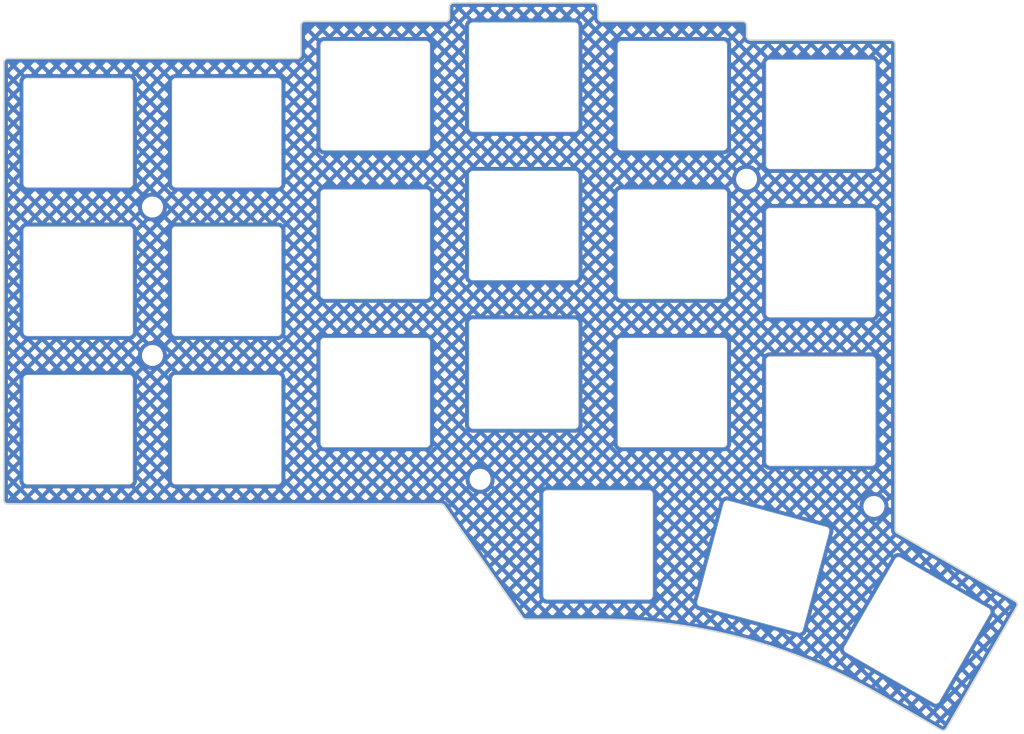
<source format=kicad_pcb>
(kicad_pcb (version 20221018) (generator pcbnew)
  (layers (0 "F.Cu" signal) (31 "B.Cu" signal) (34 "B.Paste" user) (35 "F.Paste" user) (36 "B.SilkS" user "B.Silkscreen") (37 "F.SilkS" user "F.Silkscreen") (38 "B.Mask" user) (39 "F.Mask" user) (44 "Edge.Cuts" user))
  (net 0 "")
  (footprint "s1:KS-27_Cherry_MX_Plate_Cutout" (layer "F.Cu") (at 191.829857 130.49809 -30)
    (fp_text reference "SW6" hide)
    (fp_text value "SW_SPST" hide)
    (fp_line (start -7 6.5) (end -7 -6.5) (stroke (width 0.05)) (layer "Edge.Cuts"))
    (fp_line (start -6.5 -7) (end 6.5 -7) (stroke (width 0.05)) (layer "Edge.Cuts"))
    (fp_line (start 6.5 7) (end -6.5 7) (stroke (width 0.05)) (layer "Edge.Cuts"))
    (fp_line (start 7 -6.5) (end 7 6.5) (stroke (width 0.05)) (layer "Edge.Cuts"))
    (fp_arc (start -7 -6.5) (mid -6.853553 -6.853553) (end -6.5 -7) (stroke (width 0.05)) (layer "Edge.Cuts"))
    (fp_arc (start -6.5 7) (mid -6.853553 6.853553) (end -7 6.5) (stroke (width 0.05)) (layer "Edge.Cuts"))
    (fp_arc (start 6.5 -7) (mid 6.853553 -6.853553) (end 7 -6.5) (stroke (width 0.05)) (layer "Edge.Cuts"))
    (fp_arc (start 7 6.5) (mid 6.853553 6.853553) (end 6.5 7) (stroke (width 0.05)) (layer "Edge.Cuts"))
  )
  (footprint "s1:KS-27_Cherry_MX_Plate_Cutout" (layer "F.Cu") (at 84.5 104.80804)
    (fp_text reference "SW15" hide)
    (fp_text value "SW_SPST" hide)
    (fp_line (start -7 6.5) (end -7 -6.5) (stroke (width 0.05)) (layer "Edge.Cuts"))
    (fp_line (start -6.5 -7) (end 6.5 -7) (stroke (width 0.05)) (layer "Edge.Cuts"))
    (fp_line (start 6.5 7) (end -6.5 7) (stroke (width 0.05)) (layer "Edge.Cuts"))
    (fp_line (start 7 -6.5) (end 7 6.5) (stroke (width 0.05)) (layer "Edge.Cuts"))
    (fp_arc (start -7 -6.5) (mid -6.853553 -6.853553) (end -6.5 -7) (stroke (width 0.05)) (layer "Edge.Cuts"))
    (fp_arc (start -6.5 7) (mid -6.853553 6.853553) (end -7 6.5) (stroke (width 0.05)) (layer "Edge.Cuts"))
    (fp_arc (start 6.5 -7) (mid 6.853553 -6.853553) (end 7 -6.5) (stroke (width 0.05)) (layer "Edge.Cuts"))
    (fp_arc (start 7 6.5) (mid 6.853553 6.853553) (end 6.5 7) (stroke (width 0.05)) (layer "Edge.Cuts"))
  )
  (footprint "s1:Hole_2.2mm" (layer "F.Cu") (at 135.915902 111.161877)
    (fp_text reference "H4" hide)
    (fp_text value "MountingHole" hide)
    (pad "" np_thru_hole circle (at 0 0 270) (size 2.2 2.2) (drill 2.2) (layers "*.Cu" "*.Mask"))
  )
  (footprint "s1:KS-27_Cherry_MX_Plate_Cutout" (layer "F.Cu") (at 179.500025 102.433039)
    (fp_text reference "SW10" hide)
    (fp_text value "SW_SPST" hide)
    (fp_line (start -7 6.5) (end -7 -6.5) (stroke (width 0.05)) (layer "Edge.Cuts"))
    (fp_line (start -6.5 -7) (end 6.5 -7) (stroke (width 0.05)) (layer "Edge.Cuts"))
    (fp_line (start 6.5 7) (end -6.5 7) (stroke (width 0.05)) (layer "Edge.Cuts"))
    (fp_line (start 7 -6.5) (end 7 6.5) (stroke (width 0.05)) (layer "Edge.Cuts"))
    (fp_arc (start -7 -6.5) (mid -6.853553 -6.853553) (end -6.5 -7) (stroke (width 0.05)) (layer "Edge.Cuts"))
    (fp_arc (start -6.5 7) (mid -6.853553 6.853553) (end -7 6.5) (stroke (width 0.05)) (layer "Edge.Cuts"))
    (fp_arc (start 6.5 -7) (mid 6.853553 -6.853553) (end 7 -6.5) (stroke (width 0.05)) (layer "Edge.Cuts"))
    (fp_arc (start 7 6.5) (mid 6.853553 6.853553) (end 6.5 7) (stroke (width 0.05)) (layer "Edge.Cuts"))
  )
  (footprint "s1:KS-27_Cherry_MX_Plate_Cutout" (layer "F.Cu") (at 84.5 66.80804)
    (fp_text reference "SW19" hide)
    (fp_text value "SW_SPST" hide)
    (fp_line (start -7 6.5) (end -7 -6.5) (stroke (width 0.05)) (layer "Edge.Cuts"))
    (fp_line (start -6.5 -7) (end 6.5 -7) (stroke (width 0.05)) (layer "Edge.Cuts"))
    (fp_line (start 6.5 7) (end -6.5 7) (stroke (width 0.05)) (layer "Edge.Cuts"))
    (fp_line (start 7 -6.5) (end 7 6.5) (stroke (width 0.05)) (layer "Edge.Cuts"))
    (fp_arc (start -7 -6.5) (mid -6.853553 -6.853553) (end -6.5 -7) (stroke (width 0.05)) (layer "Edge.Cuts"))
    (fp_arc (start -6.5 7) (mid -6.853553 6.853553) (end -7 6.5) (stroke (width 0.05)) (layer "Edge.Cuts"))
    (fp_arc (start 6.5 -7) (mid 6.853553 -6.853553) (end 7 -6.5) (stroke (width 0.05)) (layer "Edge.Cuts"))
    (fp_arc (start 7 6.5) (mid 6.853553 6.853553) (end 6.5 7) (stroke (width 0.05)) (layer "Edge.Cuts"))
  )
  (footprint "s1:KS-27_Cherry_MX_Plate_Cutout" (layer "F.Cu") (at 122.500025 62.058039)
    (fp_text reference "SW7" hide)
    (fp_text value "SW_SPST" hide)
    (fp_line (start -7 6.5) (end -7 -6.5) (stroke (width 0.05)) (layer "Edge.Cuts"))
    (fp_line (start -6.5 -7) (end 6.5 -7) (stroke (width 0.05)) (layer "Edge.Cuts"))
    (fp_line (start 6.5 7) (end -6.5 7) (stroke (width 0.05)) (layer "Edge.Cuts"))
    (fp_line (start 7 -6.5) (end 7 6.5) (stroke (width 0.05)) (layer "Edge.Cuts"))
    (fp_arc (start -7 -6.5) (mid -6.853553 -6.853553) (end -6.5 -7) (stroke (width 0.05)) (layer "Edge.Cuts"))
    (fp_arc (start -6.5 7) (mid -6.853553 6.853553) (end -7 6.5) (stroke (width 0.05)) (layer "Edge.Cuts"))
    (fp_arc (start 6.5 -7) (mid 6.853553 -6.853553) (end 7 -6.5) (stroke (width 0.05)) (layer "Edge.Cuts"))
    (fp_arc (start 7 6.5) (mid 6.853553 6.853553) (end 6.5 7) (stroke (width 0.05)) (layer "Edge.Cuts"))
  )
  (footprint "s1:KS-27_Cherry_MX_Plate_Cutout" (layer "F.Cu") (at 141.500025 78.683039)
    (fp_text reference "SW5" hide)
    (fp_text value "SW_SPST" hide)
    (fp_line (start -7 6.5) (end -7 -6.5) (stroke (width 0.05)) (layer "Edge.Cuts"))
    (fp_line (start -6.5 -7) (end 6.5 -7) (stroke (width 0.05)) (layer "Edge.Cuts"))
    (fp_line (start 6.5 7) (end -6.5 7) (stroke (width 0.05)) (layer "Edge.Cuts"))
    (fp_line (start 7 -6.5) (end 7 6.5) (stroke (width 0.05)) (layer "Edge.Cuts"))
    (fp_arc (start -7 -6.5) (mid -6.853553 -6.853553) (end -6.5 -7) (stroke (width 0.05)) (layer "Edge.Cuts"))
    (fp_arc (start -6.5 7) (mid -6.853553 6.853553) (end -7 6.5) (stroke (width 0.05)) (layer "Edge.Cuts"))
    (fp_arc (start 6.5 -7) (mid 6.853553 -6.853553) (end 7 -6.5) (stroke (width 0.05)) (layer "Edge.Cuts"))
    (fp_arc (start 7 6.5) (mid 6.853553 6.853553) (end 6.5 7) (stroke (width 0.05)) (layer "Edge.Cuts"))
  )
  (footprint "s1:KS-27_Cherry_MX_Plate_Cutout" (layer "F.Cu") (at 122.500025 81.058039)
    (fp_text reference "SW8" hide)
    (fp_text value "SW_SPST" hide)
    (fp_line (start -7 6.5) (end -7 -6.5) (stroke (width 0.05)) (layer "Edge.Cuts"))
    (fp_line (start -6.5 -7) (end 6.5 -7) (stroke (width 0.05)) (layer "Edge.Cuts"))
    (fp_line (start 6.5 7) (end -6.5 7) (stroke (width 0.05)) (layer "Edge.Cuts"))
    (fp_line (start 7 -6.5) (end 7 6.5) (stroke (width 0.05)) (layer "Edge.Cuts"))
    (fp_arc (start -7 -6.5) (mid -6.853553 -6.853553) (end -6.5 -7) (stroke (width 0.05)) (layer "Edge.Cuts"))
    (fp_arc (start -6.5 7) (mid -6.853553 6.853553) (end -7 6.5) (stroke (width 0.05)) (layer "Edge.Cuts"))
    (fp_arc (start 6.5 -7) (mid 6.853553 -6.853553) (end 7 -6.5) (stroke (width 0.05)) (layer "Edge.Cuts"))
    (fp_arc (start 7 6.5) (mid 6.853553 6.853553) (end 6.5 7) (stroke (width 0.05)) (layer "Edge.Cuts"))
  )
  (footprint "s1:KS-27_Cherry_MX_Plate_Cutout" (layer "F.Cu") (at 141.500025 97.683039)
    (fp_text reference "SW11" hide)
    (fp_text value "SW_SPST" hide)
    (fp_line (start -7 6.5) (end -7 -6.5) (stroke (width 0.05)) (layer "Edge.Cuts"))
    (fp_line (start -6.5 -7) (end 6.5 -7) (stroke (width 0.05)) (layer "Edge.Cuts"))
    (fp_line (start 6.5 7) (end -6.5 7) (stroke (width 0.05)) (layer "Edge.Cuts"))
    (fp_line (start 7 -6.5) (end 7 6.5) (stroke (width 0.05)) (layer "Edge.Cuts"))
    (fp_arc (start -7 -6.5) (mid -6.853553 -6.853553) (end -6.5 -7) (stroke (width 0.05)) (layer "Edge.Cuts"))
    (fp_arc (start -6.5 7) (mid -6.853553 6.853553) (end -7 6.5) (stroke (width 0.05)) (layer "Edge.Cuts"))
    (fp_arc (start 6.5 -7) (mid 6.853553 -6.853553) (end 7 -6.5) (stroke (width 0.05)) (layer "Edge.Cuts"))
    (fp_arc (start 7 6.5) (mid 6.853553 6.853553) (end 6.5 7) (stroke (width 0.05)) (layer "Edge.Cuts"))
  )
  (footprint "s1:KS-27_Cherry_MX_Plate_Cutout" (layer "F.Cu") (at 122.500025 100.058039)
    (fp_text reference "SW1" hide)
    (fp_text value "SW_SPST" hide)
    (fp_line (start -7 6.5) (end -7 -6.5) (stroke (width 0.05)) (layer "Edge.Cuts"))
    (fp_line (start -6.5 -7) (end 6.5 -7) (stroke (width 0.05)) (layer "Edge.Cuts"))
    (fp_line (start 6.5 7) (end -6.5 7) (stroke (width 0.05)) (layer "Edge.Cuts"))
    (fp_line (start 7 -6.5) (end 7 6.5) (stroke (width 0.05)) (layer "Edge.Cuts"))
    (fp_arc (start -7 -6.5) (mid -6.853553 -6.853553) (end -6.5 -7) (stroke (width 0.05)) (layer "Edge.Cuts"))
    (fp_arc (start -6.5 7) (mid -6.853553 6.853553) (end -7 6.5) (stroke (width 0.05)) (layer "Edge.Cuts"))
    (fp_arc (start 6.5 -7) (mid 6.853553 -6.853553) (end 7 -6.5) (stroke (width 0.05)) (layer "Edge.Cuts"))
    (fp_arc (start 7 6.5) (mid 6.853553 6.853553) (end 6.5 7) (stroke (width 0.05)) (layer "Edge.Cuts"))
  )
  (footprint "s1:KS-27_Cherry_MX_Plate_Cutout" (layer "F.Cu") (at 141.500025 59.683039)
    (fp_text reference "SW4" hide)
    (fp_text value "SW_SPST" hide)
    (fp_line (start -7 6.5) (end -7 -6.5) (stroke (width 0.05)) (layer "Edge.Cuts"))
    (fp_line (start -6.5 -7) (end 6.5 -7) (stroke (width 0.05)) (layer "Edge.Cuts"))
    (fp_line (start 6.5 7) (end -6.5 7) (stroke (width 0.05)) (layer "Edge.Cuts"))
    (fp_line (start 7 -6.5) (end 7 6.5) (stroke (width 0.05)) (layer "Edge.Cuts"))
    (fp_arc (start -7 -6.5) (mid -6.853553 -6.853553) (end -6.5 -7) (stroke (width 0.05)) (layer "Edge.Cuts"))
    (fp_arc (start -6.5 7) (mid -6.853553 6.853553) (end -7 6.5) (stroke (width 0.05)) (layer "Edge.Cuts"))
    (fp_arc (start 6.5 -7) (mid 6.853553 -6.853553) (end 7 -6.5) (stroke (width 0.05)) (layer "Edge.Cuts"))
    (fp_arc (start 7 6.5) (mid 6.853553 6.853553) (end 6.5 7) (stroke (width 0.05)) (layer "Edge.Cuts"))
  )
  (footprint "s1:Hole_2.2mm" (layer "F.Cu") (at 94.000025 76.308039)
    (fp_text reference "H1" hide)
    (fp_text value "MountingHole" hide)
    (pad "" np_thru_hole circle (at 0 0 270) (size 2.2 2.2) (drill 2.2) (layers "*.Cu" "*.Mask"))
  )
  (footprint "s1:Hole_2.2mm" (layer "F.Cu") (at 186.292815 114.640249)
    (fp_text reference "H5" hide)
    (fp_text value "MountingHole" hide)
    (pad "" np_thru_hole circle (at 0 0 270) (size 2.2 2.2) (drill 2.2) (layers "*.Cu" "*.Mask"))
  )
  (footprint "s1:KS-27_Cherry_MX_Plate_Cutout" (layer "F.Cu") (at 103.5 85.80804)
    (fp_text reference "SW21" hide)
    (fp_text value "SW_SPST" hide)
    (fp_line (start -7 6.5) (end -7 -6.5) (stroke (width 0.05)) (layer "Edge.Cuts"))
    (fp_line (start -6.5 -7) (end 6.5 -7) (stroke (width 0.05)) (layer "Edge.Cuts"))
    (fp_line (start 6.5 7) (end -6.5 7) (stroke (width 0.05)) (layer "Edge.Cuts"))
    (fp_line (start 7 -6.5) (end 7 6.5) (stroke (width 0.05)) (layer "Edge.Cuts"))
    (fp_arc (start -7 -6.5) (mid -6.853553 -6.853553) (end -6.5 -7) (stroke (width 0.05)) (layer "Edge.Cuts"))
    (fp_arc (start -6.5 7) (mid -6.853553 6.853553) (end -7 6.5) (stroke (width 0.05)) (layer "Edge.Cuts"))
    (fp_arc (start 6.5 -7) (mid 6.853553 -6.853553) (end 7 -6.5) (stroke (width 0.05)) (layer "Edge.Cuts"))
    (fp_arc (start 7 6.5) (mid 6.853553 6.853553) (end 6.5 7) (stroke (width 0.05)) (layer "Edge.Cuts"))
  )
  (footprint "s1:KS-27_Cherry_MX_Plate_Cutout" (layer "F.Cu") (at 160.500025 100.058039)
    (fp_text reference "SW3" hide)
    (fp_text value "SW_SPST" hide)
    (fp_line (start -7 6.5) (end -7 -6.5) (stroke (width 0.05)) (layer "Edge.Cuts"))
    (fp_line (start -6.5 -7) (end 6.5 -7) (stroke (width 0.05)) (layer "Edge.Cuts"))
    (fp_line (start 6.5 7) (end -6.5 7) (stroke (width 0.05)) (layer "Edge.Cuts"))
    (fp_line (start 7 -6.5) (end 7 6.5) (stroke (width 0.05)) (layer "Edge.Cuts"))
    (fp_arc (start -7 -6.5) (mid -6.853553 -6.853553) (end -6.5 -7) (stroke (width 0.05)) (layer "Edge.Cuts"))
    (fp_arc (start -6.5 7) (mid -6.853553 6.853553) (end -7 6.5) (stroke (width 0.05)) (layer "Edge.Cuts"))
    (fp_arc (start 6.5 -7) (mid 6.853553 -6.853553) (end 7 -6.5) (stroke (width 0.05)) (layer "Edge.Cuts"))
    (fp_arc (start 7 6.5) (mid 6.853553 6.853553) (end 6.5 7) (stroke (width 0.05)) (layer "Edge.Cuts"))
  )
  (footprint "s1:KS-27_Cherry_MX_Plate_Cutout" (layer "F.Cu") (at 179.500025 83.433039)
    (fp_text reference "SW17" hide)
    (fp_text value "SW_SPST" hide)
    (fp_line (start -7 6.5) (end -7 -6.5) (stroke (width 0.05)) (layer "Edge.Cuts"))
    (fp_line (start -6.5 -7) (end 6.5 -7) (stroke (width 0.05)) (layer "Edge.Cuts"))
    (fp_line (start 6.5 7) (end -6.5 7) (stroke (width 0.05)) (layer "Edge.Cuts"))
    (fp_line (start 7 -6.5) (end 7 6.5) (stroke (width 0.05)) (layer "Edge.Cuts"))
    (fp_arc (start -7 -6.5) (mid -6.853553 -6.853553) (end -6.5 -7) (stroke (width 0.05)) (layer "Edge.Cuts"))
    (fp_arc (start -6.5 7) (mid -6.853553 6.853553) (end -7 6.5) (stroke (width 0.05)) (layer "Edge.Cuts"))
    (fp_arc (start 6.5 -7) (mid 6.853553 -6.853553) (end 7 -6.5) (stroke (width 0.05)) (layer "Edge.Cuts"))
    (fp_arc (start 7 6.5) (mid 6.853553 6.853553) (end 6.5 7) (stroke (width 0.05)) (layer "Edge.Cuts"))
  )
  (footprint "s1:KS-27_Cherry_MX_Plate_Cutout" (layer "F.Cu") (at 84.5 85.80804)
    (fp_text reference "SW13" hide)
    (fp_text value "SW_SPST" hide)
    (fp_line (start -7 6.5) (end -7 -6.5) (stroke (width 0.05)) (layer "Edge.Cuts"))
    (fp_line (start -6.5 -7) (end 6.5 -7) (stroke (width 0.05)) (layer "Edge.Cuts"))
    (fp_line (start 6.5 7) (end -6.5 7) (stroke (width 0.05)) (layer "Edge.Cuts"))
    (fp_line (start 7 -6.5) (end 7 6.5) (stroke (width 0.05)) (layer "Edge.Cuts"))
    (fp_arc (start -7 -6.5) (mid -6.853553 -6.853553) (end -6.5 -7) (stroke (width 0.05)) (layer "Edge.Cuts"))
    (fp_arc (start -6.5 7) (mid -6.853553 6.853553) (end -7 6.5) (stroke (width 0.05)) (layer "Edge.Cuts"))
    (fp_arc (start 6.5 -7) (mid 6.853553 -6.853553) (end 7 -6.5) (stroke (width 0.05)) (layer "Edge.Cuts"))
    (fp_arc (start 7 6.5) (mid 6.853553 6.853553) (end 6.5 7) (stroke (width 0.05)) (layer "Edge.Cuts"))
  )
  (footprint "s1:KS-27_Cherry_MX_Plate_Cutout" (layer "F.Cu") (at 179.500025 64.433039)
    (fp_text reference "SW16" hide)
    (fp_text value "SW_SPST" hide)
    (fp_line (start -7 6.5) (end -7 -6.5) (stroke (width 0.05)) (layer "Edge.Cuts"))
    (fp_line (start -6.5 -7) (end 6.5 -7) (stroke (width 0.05)) (layer "Edge.Cuts"))
    (fp_line (start 6.5 7) (end -6.5 7) (stroke (width 0.05)) (layer "Edge.Cuts"))
    (fp_line (start 7 -6.5) (end 7 6.5) (stroke (width 0.05)) (layer "Edge.Cuts"))
    (fp_arc (start -7 -6.5) (mid -6.853553 -6.853553) (end -6.5 -7) (stroke (width 0.05)) (layer "Edge.Cuts"))
    (fp_arc (start -6.5 7) (mid -6.853553 6.853553) (end -7 6.5) (stroke (width 0.05)) (layer "Edge.Cuts"))
    (fp_arc (start 6.5 -7) (mid 6.853553 -6.853553) (end 7 -6.5) (stroke (width 0.05)) (layer "Edge.Cuts"))
    (fp_arc (start 7 6.5) (mid 6.853553 6.853553) (end 6.5 7) (stroke (width 0.05)) (layer "Edge.Cuts"))
  )
  (footprint "s1:KS-27_Cherry_MX_Plate_Cutout" (layer "F.Cu") (at 160.500025 81.058039)
    (fp_text reference "SW9" hide)
    (fp_text value "SW_SPST" hide)
    (fp_line (start -7 6.5) (end -7 -6.5) (stroke (width 0.05)) (layer "Edge.Cuts"))
    (fp_line (start -6.5 -7) (end 6.5 -7) (stroke (width 0.05)) (layer "Edge.Cuts"))
    (fp_line (start 6.5 7) (end -6.5 7) (stroke (width 0.05)) (layer "Edge.Cuts"))
    (fp_line (start 7 -6.5) (end 7 6.5) (stroke (width 0.05)) (layer "Edge.Cuts"))
    (fp_arc (start -7 -6.5) (mid -6.853553 -6.853553) (end -6.5 -7) (stroke (width 0.05)) (layer "Edge.Cuts"))
    (fp_arc (start -6.5 7) (mid -6.853553 6.853553) (end -7 6.5) (stroke (width 0.05)) (layer "Edge.Cuts"))
    (fp_arc (start 6.5 -7) (mid 6.853553 -6.853553) (end 7 -6.5) (stroke (width 0.05)) (layer "Edge.Cuts"))
    (fp_arc (start 7 6.5) (mid 6.853553 6.853553) (end 6.5 7) (stroke (width 0.05)) (layer "Edge.Cuts"))
  )
  (footprint "s1:KS-27_Cherry_MX_Plate_Cutout" (layer "F.Cu") (at 103.5 104.80804)
    (fp_text reference "SW14" hide)
    (fp_text value "SW_SPST" hide)
    (fp_line (start -7 6.5) (end -7 -6.5) (stroke (width 0.05)) (layer "Edge.Cuts"))
    (fp_line (start -6.5 -7) (end 6.5 -7) (stroke (width 0.05)) (layer "Edge.Cuts"))
    (fp_line (start 6.5 7) (end -6.5 7) (stroke (width 0.05)) (layer "Edge.Cuts"))
    (fp_line (start 7 -6.5) (end 7 6.5) (stroke (width 0.05)) (layer "Edge.Cuts"))
    (fp_arc (start -7 -6.5) (mid -6.853553 -6.853553) (end -6.5 -7) (stroke (width 0.05)) (layer "Edge.Cuts"))
    (fp_arc (start -6.5 7) (mid -6.853553 6.853553) (end -7 6.5) (stroke (width 0.05)) (layer "Edge.Cuts"))
    (fp_arc (start 6.5 -7) (mid 6.853553 -6.853553) (end 7 -6.5) (stroke (width 0.05)) (layer "Edge.Cuts"))
    (fp_arc (start 7 6.5) (mid 6.853553 6.853553) (end 6.5 7) (stroke (width 0.05)) (layer "Edge.Cuts"))
  )
  (footprint "s1:KS-27_Cherry_MX_Plate_Cutout" (layer "F.Cu") (at 172.1351 122.340262 -15)
    (fp_text reference "SW12" hide)
    (fp_text value "SW_SPST" hide)
    (fp_line (start -7 6.5) (end -7 -6.5) (stroke (width 0.05)) (layer "Edge.Cuts"))
    (fp_line (start -6.5 -7) (end 6.5 -7) (stroke (width 0.05)) (layer "Edge.Cuts"))
    (fp_line (start 6.5 7) (end -6.5 7) (stroke (width 0.05)) (layer "Edge.Cuts"))
    (fp_line (start 7 -6.5) (end 7 6.5) (stroke (width 0.05)) (layer "Edge.Cuts"))
    (fp_arc (start -7 -6.5) (mid -6.853553 -6.853553) (end -6.5 -7) (stroke (width 0.05)) (layer "Edge.Cuts"))
    (fp_arc (start -6.5 7) (mid -6.853553 6.853553) (end -7 6.5) (stroke (width 0.05)) (layer "Edge.Cuts"))
    (fp_arc (start 6.5 -7) (mid 6.853553 -6.853553) (end 7 -6.5) (stroke (width 0.05)) (layer "Edge.Cuts"))
    (fp_arc (start 7 6.5) (mid 6.853553 6.853553) (end 6.5 7) (stroke (width 0.05)) (layer "Edge.Cuts"))
  )
  (footprint "s1:KS-27_Cherry_MX_Plate_Cutout" (layer "F.Cu") (at 160.500025 62.058039)
    (fp_text reference "SW2" hide)
    (fp_text value "SW_SPST" hide)
    (fp_line (start -7 6.5) (end -7 -6.5) (stroke (width 0.05)) (layer "Edge.Cuts"))
    (fp_line (start -6.5 -7) (end 6.5 -7) (stroke (width 0.05)) (layer "Edge.Cuts"))
    (fp_line (start 6.5 7) (end -6.5 7) (stroke (width 0.05)) (layer "Edge.Cuts"))
    (fp_line (start 7 -6.5) (end 7 6.5) (stroke (width 0.05)) (layer "Edge.Cuts"))
    (fp_arc (start -7 -6.5) (mid -6.853553 -6.853553) (end -6.5 -7) (stroke (width 0.05)) (layer "Edge.Cuts"))
    (fp_arc (start -6.5 7) (mid -6.853553 6.853553) (end -7 6.5) (stroke (width 0.05)) (layer "Edge.Cuts"))
    (fp_arc (start 6.5 -7) (mid 6.853553 -6.853553) (end 7 -6.5) (stroke (width 0.05)) (layer "Edge.Cuts"))
    (fp_arc (start 7 6.5) (mid 6.853553 6.853553) (end 6.5 7) (stroke (width 0.05)) (layer "Edge.Cuts"))
  )
  (footprint "s1:KS-27_Cherry_MX_Plate_Cutout" (layer "F.Cu") (at 151.000025 119.557769)
    (fp_text reference "SW18" hide)
    (fp_text value "SW_SPST" hide)
    (fp_line (start -7 6.5) (end -7 -6.5) (stroke (width 0.05)) (layer "Edge.Cuts"))
    (fp_line (start -6.5 -7) (end 6.5 -7) (stroke (width 0.05)) (layer "Edge.Cuts"))
    (fp_line (start 6.5 7) (end -6.5 7) (stroke (width 0.05)) (layer "Edge.Cuts"))
    (fp_line (start 7 -6.5) (end 7 6.5) (stroke (width 0.05)) (layer "Edge.Cuts"))
    (fp_arc (start -7 -6.5) (mid -6.853553 -6.853553) (end -6.5 -7) (stroke (width 0.05)) (layer "Edge.Cuts"))
    (fp_arc (start -6.5 7) (mid -6.853553 6.853553) (end -7 6.5) (stroke (width 0.05)) (layer "Edge.Cuts"))
    (fp_arc (start 6.5 -7) (mid 6.853553 -6.853553) (end 7 -6.5) (stroke (width 0.05)) (layer "Edge.Cuts"))
    (fp_arc (start 7 6.5) (mid 6.853553 6.853553) (end 6.5 7) (stroke (width 0.05)) (layer "Edge.Cuts"))
  )
  (footprint "s1:Hole_2.2mm" (layer "F.Cu") (at 94.000025 95.308039)
    (fp_text reference "H2" hide)
    (fp_text value "MountingHole" hide)
    (pad "" np_thru_hole circle (at 0 0 270) (size 2.2 2.2) (drill 2.2) (layers "*.Cu" "*.Mask"))
  )
  (footprint "s1:KS-27_Cherry_MX_Plate_Cutout" (layer "F.Cu") (at 103.5 66.80804)
    (fp_text reference "SW20" hide)
    (fp_text value "SW_SPST" hide)
    (fp_line (start -7 6.5) (end -7 -6.5) (stroke (width 0.05)) (layer "Edge.Cuts"))
    (fp_line (start -6.5 -7) (end 6.5 -7) (stroke (width 0.05)) (layer "Edge.Cuts"))
    (fp_line (start 6.5 7) (end -6.5 7) (stroke (width 0.05)) (layer "Edge.Cuts"))
    (fp_line (start 7 -6.5) (end 7 6.5) (stroke (width 0.05)) (layer "Edge.Cuts"))
    (fp_arc (start -7 -6.5) (mid -6.853553 -6.853553) (end -6.5 -7) (stroke (width 0.05)) (layer "Edge.Cuts"))
    (fp_arc (start -6.5 7) (mid -6.853553 6.853553) (end -7 6.5) (stroke (width 0.05)) (layer "Edge.Cuts"))
    (fp_arc (start 6.5 -7) (mid 6.853553 -6.853553) (end 7 -6.5) (stroke (width 0.05)) (layer "Edge.Cuts"))
    (fp_arc (start 7 6.5) (mid 6.853553 6.853553) (end 6.5 7) (stroke (width 0.05)) (layer "Edge.Cuts"))
  )
  (footprint "s1:Hole_2.2mm" (layer "F.Cu") (at 170.000025 72.745539)
    (fp_text reference "H3" hide)
    (fp_text value "MountingHole" hide)
    (pad "" np_thru_hole circle (at 0 0 270) (size 2.2 2.2) (drill 2.2) (layers "*.Cu" "*.Mask"))
  )
  (gr_arc (start 151.000025 129.057769) (mid 169.676322 131.516547) (end 187.079857 138.725331) (stroke (width 0.2)) (layer "Edge.Cuts"))
  (gr_arc (start 150.500025 50.183039) (mid 150.853576 50.329486) (end 151.000025 50.683039) (stroke (width 0.2)) (layer "Edge.Cuts"))
  (gr_arc (start 141.760309 129.057769) (mid 141.529436 129.001271) (end 141.350733 128.844557) (stroke (width 0.2)) (layer "Edge.Cuts"))
  (gr_line (start 113.000025 53.058039) (end 113.000025 56.808039) (stroke (width 0.2)) (layer "Edge.Cuts"))
  (gr_line (start 151.000025 52.058039) (end 151.000025 50.683039) (stroke (width 0.2)) (layer "Edge.Cuts"))
  (gr_line (start 204.374086 126.770848) (end 189.250025 118.038968) (stroke (width 0.2)) (layer "Edge.Cuts"))
  (gr_arc (start 132.000025 52.058039) (mid 131.853576 52.411587) (end 131.500025 52.558039) (stroke (width 0.2)) (layer "Edge.Cuts"))
  (gr_line (start 141.760309 129.057769) (end 151.000025 129.057769) (stroke (width 0.2)) (layer "Edge.Cuts"))
  (gr_arc (start 195.557098 143.042318) (mid 195.2535 143.275261) (end 194.874086 143.225331) (stroke (width 0.2)) (layer "Edge.Cuts"))
  (gr_line (start 195.557098 143.042318) (end 204.557098 127.453861) (stroke (width 0.2)) (layer "Edge.Cuts"))
  (gr_arc (start 75.000025 57.808039) (mid 75.146469 57.45448) (end 75.500025 57.308039) (stroke (width 0.2)) (layer "Edge.Cuts"))
  (gr_line (start 75.000025 57.808039) (end 75.000025 113.808039) (stroke (width 0.2)) (layer "Edge.Cuts"))
  (gr_arc (start 113.000025 56.808039) (mid 112.853576 57.161587) (end 112.500025 57.308039) (stroke (width 0.2)) (layer "Edge.Cuts"))
  (gr_line (start 187.079857 138.725331) (end 194.874086 143.225331) (stroke (width 0.2)) (layer "Edge.Cuts"))
  (gr_arc (start 132.000025 50.683039) (mid 132.146469 50.32948) (end 132.500025 50.183039) (stroke (width 0.2)) (layer "Edge.Cuts"))
  (gr_arc (start 151.500025 52.558039) (mid 151.146469 52.411593) (end 151.000025 52.058039) (stroke (width 0.2)) (layer "Edge.Cuts"))
  (gr_line (start 75.500025 114.308039) (end 130.911869 114.308039) (stroke (width 0.2)) (layer "Edge.Cuts"))
  (gr_arc (start 188.500025 54.933039) (mid 188.853576 55.079486) (end 189.000025 55.433039) (stroke (width 0.2)) (layer "Edge.Cuts"))
  (gr_line (start 170.000025 54.433039) (end 170.000025 53.058039) (stroke (width 0.2)) (layer "Edge.Cuts"))
  (gr_arc (start 170.500025 54.933039) (mid 170.146469 54.786593) (end 170.000025 54.433039) (stroke (width 0.2)) (layer "Edge.Cuts"))
  (gr_arc (start 204.374086 126.770848) (mid 204.607048 127.074446) (end 204.557098 127.453861) (stroke (width 0.2)) (layer "Edge.Cuts"))
  (gr_arc (start 130.911869 114.308039) (mid 131.142729 114.36455) (end 131.321445 114.521251) (stroke (width 0.2)) (layer "Edge.Cuts"))
  (gr_line (start 131.321445 114.521251) (end 141.350733 128.844557) (stroke (width 0.2)) (layer "Edge.Cuts"))
  (gr_line (start 150.500025 50.183039) (end 132.500025 50.183039) (stroke (width 0.2)) (layer "Edge.Cuts"))
  (gr_arc (start 189.250025 118.038968) (mid 189.067003 117.855957) (end 189.000025 117.605955) (stroke (width 0.2)) (layer "Edge.Cuts"))
  (gr_line (start 132.000025 50.683039) (end 132.000025 52.058039) (stroke (width 0.2)) (layer "Edge.Cuts"))
  (gr_arc (start 169.500025 52.558039) (mid 169.853576 52.704486) (end 170.000025 53.058039) (stroke (width 0.2)) (layer "Edge.Cuts"))
  (gr_line (start 189.000025 117.605955) (end 189.000025 55.433039) (stroke (width 0.2)) (layer "Edge.Cuts"))
  (gr_line (start 169.500025 52.558039) (end 151.500025 52.558039) (stroke (width 0.2)) (layer "Edge.Cuts"))
  (gr_arc (start 113.000025 53.058039) (mid 113.146469 52.70448) (end 113.500025 52.558039) (stroke (width 0.2)) (layer "Edge.Cuts"))
  (gr_line (start 131.500025 52.558039) (end 113.500025 52.558039) (stroke (width 0.2)) (layer "Edge.Cuts"))
  (gr_arc (start 75.500025 114.308039) (mid 75.146469 114.161593) (end 75.000025 113.808039) (stroke (width 0.2)) (layer "Edge.Cuts"))
  (gr_line (start 112.500025 57.308039) (end 75.500025 57.308039) (stroke (width 0.2)) (layer "Edge.Cuts"))
  (gr_line (start 188.500025 54.933039) (end 170.500025 54.933039) (stroke (width 0.2)) (layer "Edge.Cuts"))
  (zone (net 0) (net_name "") (layers "F&B.Cu") (connect_pads (clearance 0.2)) (min_thickness 0.25) (fill yes (mode hatch) (thermal_gap 0.5) (thermal_bridge_width 0.5) (island_removal_mode 1) (island_area_min 10) (hatch_thickness 0.5) (hatch_gap 0.8) (hatch_orientation 45) (hatch_border_algorithm hatch_thickness) (hatch_min_hole_area 0.3))
    (polygon (pts (xy 74.500025 49.808039) (xy 205.500025 49.808039) (xy 205.500025 143.808039) (xy 74.500025 143.808039)))
  )
)
</source>
